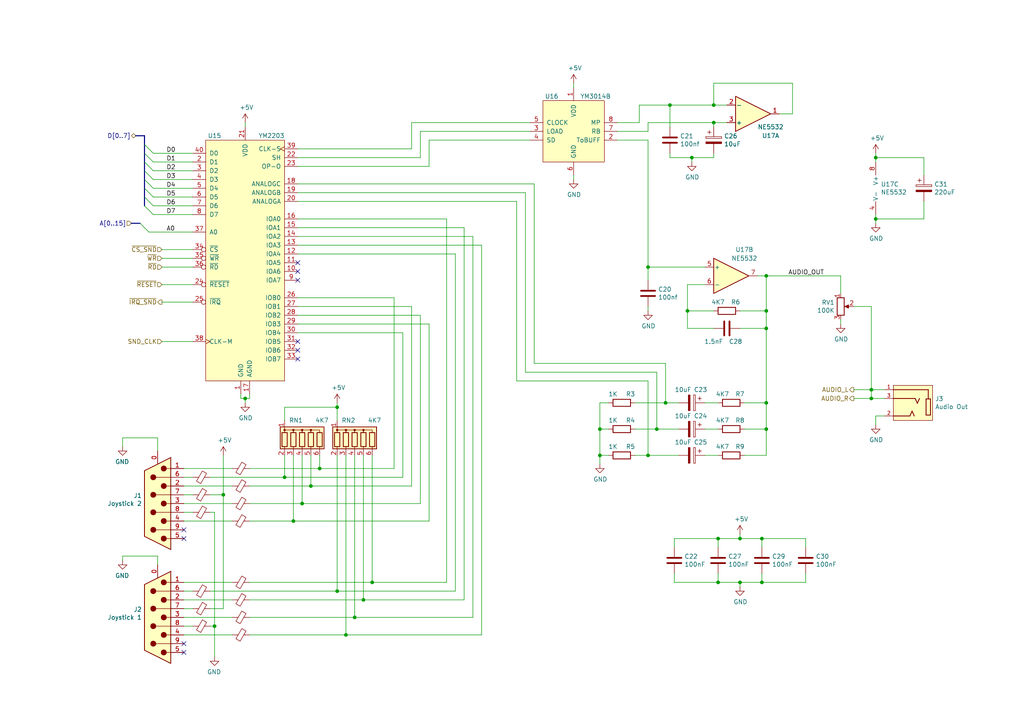
<source format=kicad_sch>
(kicad_sch (version 20211123) (generator eeschema)
  (paper "A4")
  (title_block (title "Y Ddraig Fechan") (company "Stephen Moody"))
  (lib_symbols
    (symbol "Amplifier_Operational:NE5532" (pin_names (offset 0.127))
      (property "Reference" "U" (at 0 5.08 0))
      (property "Value" "NE5532" (at 0 -5.08 0))
      (symbol "NE5532_1_1"
        (polyline (pts (xy -5.08 5.08) (xy 5.08 0) (xy -5.08 -5.08) (xy -5.08 5.08)) (stroke (width 0.254)) (fill (type background)))
        (pin output line (at 7.62 0 180) (length 2.54) (name "~") (number "1"))
        (pin input line (at -7.62 -2.54 0) (length 2.54) (name "-") (number "2"))
        (pin input line (at -7.62 2.54 0) (length 2.54) (name "+") (number "3"))
      )
      (symbol "NE5532_2_1"
        (polyline (pts (xy -5.08 5.08) (xy 5.08 0) (xy -5.08 -5.08) (xy -5.08 5.08)) (stroke (width 0.254)) (fill (type background)))
        (pin input line (at -7.62 2.54 0) (length 2.54) (name "+") (number "5"))
        (pin input line (at -7.62 -2.54 0) (length 2.54) (name "-") (number "6"))
        (pin output line (at 7.62 0 180) (length 2.54) (name "~") (number "7"))
      )
      (symbol "NE5532_3_1"
        (pin power_in line (at -2.54 -7.62 90) (length 3.81) (name "V-") (number "4"))
        (pin power_in line (at -2.54 7.62 270) (length 3.81) (name "V+") (number "8"))
      )
    )
    (symbol "Connector:DB9_Male_MountingHoles" (pin_names (offset 1.016) hide)
      (property "Reference" "J" (at 0 16.51 0))
      (property "Value" "DB9_Male_MountingHoles" (at 0 14.605 0))
      (symbol "DB9_Male_MountingHoles_0_1"
        (circle (center -1.778 -10.16) (radius 0.762) (fill (type outline)))
        (circle (center -1.778 -5.08) (radius 0.762) (fill (type outline)))
        (circle (center -1.778 0) (radius 0.762) (fill (type outline)))
        (circle (center -1.778 5.08) (radius 0.762) (fill (type outline)))
        (circle (center -1.778 10.16) (radius 0.762) (fill (type outline)))
        (polyline (pts (xy -3.81 -10.16) (xy -2.54 -10.16)))
        (polyline (pts (xy -3.81 -7.62) (xy 0.508 -7.62)))
        (polyline (pts (xy -3.81 -5.08) (xy -2.54 -5.08)))
        (polyline (pts (xy -3.81 -2.54) (xy 0.508 -2.54)))
        (polyline (pts (xy -3.81 0) (xy -2.54 0)))
        (polyline (pts (xy -3.81 2.54) (xy 0.508 2.54)))
        (polyline (pts (xy -3.81 5.08) (xy -2.54 5.08)))
        (polyline (pts (xy -3.81 7.62) (xy 0.508 7.62)))
        (polyline (pts (xy -3.81 10.16) (xy -2.54 10.16)))
        (polyline (pts (xy -3.81 -13.335) (xy -3.81 13.335) (xy 3.81 9.525) (xy 3.81 -9.525) (xy -3.81 -13.335)) (stroke (width 0.254)) (fill (type background)))
        (circle (center 1.27 -7.62) (radius 0.762) (fill (type outline)))
        (circle (center 1.27 -2.54) (radius 0.762) (fill (type outline)))
        (circle (center 1.27 2.54) (radius 0.762) (fill (type outline)))
        (circle (center 1.27 7.62) (radius 0.762) (fill (type outline)))
      )
      (symbol "DB9_Male_MountingHoles_1_1"
        (pin passive line (at 0 -15.24 90) (length 3.81) (name "PAD") (number "0"))
        (pin passive line (at -7.62 -10.16 0) (length 3.81) (name "1") (number "1"))
        (pin passive line (at -7.62 -5.08 0) (length 3.81) (name "2") (number "2"))
        (pin passive line (at -7.62 0 0) (length 3.81) (name "3") (number "3"))
        (pin passive line (at -7.62 5.08 0) (length 3.81) (name "4") (number "4"))
        (pin passive line (at -7.62 10.16 0) (length 3.81) (name "5") (number "5"))
        (pin passive line (at -7.62 -7.62 0) (length 3.81) (name "6") (number "6"))
        (pin passive line (at -7.62 -2.54 0) (length 3.81) (name "7") (number "7"))
        (pin passive line (at -7.62 2.54 0) (length 3.81) (name "8") (number "8"))
        (pin passive line (at -7.62 7.62 0) (length 3.81) (name "9") (number "9"))
      )
    )
    (symbol "Ddraig:35RAPC2BHN2" (pin_names (offset 1.016) hide)
      (property "Reference" "J" (at -5.08 7.62 0))
      (property "Value" "35RAPC2BHN2" (at -7.62 -6.35 0))
      (symbol "35RAPC2BHN2_0_0"
        (polyline (pts (xy -5.715 -2.286) (xy -5.715 2.413)) (stroke (width 0.254)))
        (polyline (pts (xy -5.715 2.413) (xy -5.08 2.413)) (stroke (width 0.254)))
        (polyline (pts (xy -5.08 2.413) (xy -4.445 2.413)) (stroke (width 0.254)))
        (polyline (pts (xy -5.08 5.08) (xy -5.08 2.413)) (stroke (width 0.254)))
        (polyline (pts (xy -4.445 -2.286) (xy -5.715 -2.286)) (stroke (width 0.254)))
        (polyline (pts (xy -4.445 2.413) (xy -4.445 -2.286)) (stroke (width 0.254)))
        (polyline (pts (xy -1.905 1.143) (xy -2.54 2.54)) (stroke (width 0.254)))
        (polyline (pts (xy -1.27 2.54) (xy -1.905 1.143)) (stroke (width 0.254)))
        (polyline (pts (xy -0.381 -1.143) (xy -1.016 -2.54)) (stroke (width 0.254)))
        (polyline (pts (xy 0.254 -2.54) (xy -0.381 -1.143)) (stroke (width 0.254)))
        (polyline (pts (xy 5.08 -2.54) (xy 0.254 -2.54)) (stroke (width 0.254)))
        (polyline (pts (xy 5.08 2.54) (xy -1.27 2.54)) (stroke (width 0.254)))
        (polyline (pts (xy 5.08 5.08) (xy -5.08 5.08)) (stroke (width 0.254)))
        (pin passive line (at 7.62 5.08 180) (length 2.54) (name "~") (number "1"))
        (pin passive line (at 7.62 -2.54 180) (length 2.54) (name "~") (number "2"))
        (pin passive line (at 7.62 2.54 180) (length 2.54) (name "~") (number "3"))
      )
      (symbol "35RAPC2BHN2_1_1"
        (rectangle (start -6.35 6.35) (end 5.08 -3.81) (fill (type background)))
      )
    )
    (symbol "Ddraig:YM2203" (pin_names (offset 1.016))
      (property "Reference" "U" (at -10.16 31.75 0))
      (property "Value" "YM2203" (at 7.62 31.75 0))
      (symbol "YM2203_0_1"
        (rectangle (start 11.43 30.48) (end -11.43 -39.37) (fill (type background)))
      )
      (symbol "YM2203_1_1"
        (pin power_in line (at -1.27 -43.18 90) (length 3.81) (name "GND") (number "1"))
        (pin bidirectional line (at 15.24 -7.62 180) (length 3.81) (name "IOA6") (number "10"))
        (pin bidirectional line (at 15.24 -5.08 180) (length 3.81) (name "IOA5") (number "11"))
        (pin bidirectional line (at 15.24 -2.54 180) (length 3.81) (name "IOA4") (number "12"))
        (pin bidirectional line (at 15.24 0 180) (length 3.81) (name "IOA3") (number "13"))
        (pin bidirectional line (at 15.24 2.54 180) (length 3.81) (name "IOA2") (number "14"))
        (pin bidirectional line (at 15.24 5.08 180) (length 3.81) (name "IOA1") (number "15"))
        (pin bidirectional line (at 15.24 7.62 180) (length 3.81) (name "IOA0") (number "16"))
        (pin power_in line (at 1.27 -43.18 90) (length 3.81) (name "AGND") (number "17"))
        (pin output line (at 15.24 17.78 180) (length 3.81) (name "ANALOGC") (number "18"))
        (pin output line (at 15.24 15.24 180) (length 3.81) (name "ANALOGB") (number "19"))
        (pin bidirectional line (at -15.24 24.13 0) (length 3.81) (name "D1") (number "2"))
        (pin output line (at 15.24 12.7 180) (length 3.81) (name "ANALOGA") (number "20"))
        (pin power_in line (at 0 34.29 270) (length 3.81) (name "VDD") (number "21"))
        (pin output line (at 15.24 25.4 180) (length 3.81) (name "SH") (number "22"))
        (pin output line (at 15.24 22.86 180) (length 3.81) (name "OP-O") (number "23"))
        (pin input inverted (at -15.24 -11.43 0) (length 3.81) (name "~{RESET}") (number "24"))
        (pin output inverted (at -15.24 -16.51 0) (length 3.81) (name "~{IRQ}") (number "25"))
        (pin bidirectional line (at 15.24 -15.24 180) (length 3.81) (name "IOB0") (number "26"))
        (pin bidirectional line (at 15.24 -17.78 180) (length 3.81) (name "IOB1") (number "27"))
        (pin bidirectional line (at 15.24 -20.32 180) (length 3.81) (name "IOB2") (number "28"))
        (pin bidirectional line (at 15.24 -22.86 180) (length 3.81) (name "IOB3") (number "29"))
        (pin bidirectional line (at -15.24 21.59 0) (length 3.81) (name "D2") (number "3"))
        (pin bidirectional line (at 15.24 -25.4 180) (length 3.81) (name "IOB4") (number "30"))
        (pin bidirectional line (at 15.24 -27.94 180) (length 3.81) (name "IOB5") (number "31"))
        (pin bidirectional line (at 15.24 -30.48 180) (length 3.81) (name "IOB6") (number "32"))
        (pin bidirectional line (at 15.24 -33.02 180) (length 3.81) (name "IOB7") (number "33"))
        (pin input inverted (at -15.24 -1.27 0) (length 3.81) (name "~{CS}") (number "34"))
        (pin input inverted (at -15.24 -3.81 0) (length 3.81) (name "~{WR}") (number "35"))
        (pin input inverted (at -15.24 -6.35 0) (length 3.81) (name "~{RD}") (number "36"))
        (pin input line (at -15.24 3.81 0) (length 3.81) (name "A0") (number "37"))
        (pin input clock (at -15.24 -27.94 0) (length 3.81) (name "CLK-M") (number "38"))
        (pin output clock (at 15.24 27.94 180) (length 3.81) (name "CLK-S") (number "39"))
        (pin bidirectional line (at -15.24 19.05 0) (length 3.81) (name "D3") (number "4"))
        (pin bidirectional line (at -15.24 26.67 0) (length 3.81) (name "D0") (number "40"))
        (pin bidirectional line (at -15.24 16.51 0) (length 3.81) (name "D4") (number "5"))
        (pin bidirectional line (at -15.24 13.97 0) (length 3.81) (name "D5") (number "6"))
        (pin bidirectional line (at -15.24 11.43 0) (length 3.81) (name "D6") (number "7"))
        (pin bidirectional line (at -15.24 8.89 0) (length 3.81) (name "D7") (number "8"))
        (pin bidirectional line (at 15.24 -10.16 180) (length 3.81) (name "IOA7") (number "9"))
      )
    )
    (symbol "Ddraig:YM3014B" (pin_names (offset 1.016))
      (property "Reference" "U" (at -8.89 10.16 0))
      (property "Value" "YM3014B" (at 6.35 10.16 0))
      (symbol "YM3014B_0_1"
        (rectangle (start -8.89 8.89) (end 8.89 -8.89) (fill (type background)))
      )
      (symbol "YM3014B_1_1"
        (pin power_in line (at 0 12.7 270) (length 3.81) (name "VDD") (number "1"))
        (pin output line (at 12.7 -2.54 180) (length 3.81) (name "ToBUFF") (number "2"))
        (pin input line (at -12.7 0 0) (length 3.81) (name "LOAD") (number "3"))
        (pin input line (at -12.7 -2.54 0) (length 3.81) (name "SD") (number "4"))
        (pin input line (at -12.7 2.54 0) (length 3.81) (name "CLOCK") (number "5"))
        (pin power_in line (at 0 -12.7 90) (length 3.81) (name "GND") (number "6"))
        (pin output line (at 12.7 0 180) (length 3.81) (name "RB") (number "7"))
        (pin passive line (at 12.7 2.54 180) (length 3.81) (name "MP") (number "8"))
      )
    )
    (symbol "Device:C" (pin_numbers hide) (pin_names (offset 0.254))
      (property "Reference" "C" (at 0.635 2.54 0))
      (property "Value" "C" (at 0.635 -2.54 0))
      (symbol "C_0_1"
        (polyline (pts (xy -2.032 -0.762) (xy 2.032 -0.762)) (stroke (width 0.508)))
        (polyline (pts (xy -2.032 0.762) (xy 2.032 0.762)) (stroke (width 0.508)))
      )
      (symbol "C_1_1"
        (pin passive line (at 0 3.81 270) (length 2.794) (name "~") (number "1"))
        (pin passive line (at 0 -3.81 90) (length 2.794) (name "~") (number "2"))
      )
    )
    (symbol "Device:C_Polarized" (pin_numbers hide) (pin_names (offset 0.254))
      (property "Reference" "C" (at 0.635 2.54 0))
      (property "Value" "C_Polarized" (at 0.635 -2.54 0))
      (symbol "C_Polarized_0_1"
        (rectangle (start -2.286 0.508) (end 2.286 1.016))
        (polyline (pts (xy -1.778 2.286) (xy -0.762 2.286)))
        (polyline (pts (xy -1.27 2.794) (xy -1.27 1.778)))
        (rectangle (start 2.286 -0.508) (end -2.286 -1.016) (fill (type outline)))
      )
      (symbol "C_Polarized_1_1"
        (pin passive line (at 0 3.81 270) (length 2.794) (name "~") (number "1"))
        (pin passive line (at 0 -3.81 90) (length 2.794) (name "~") (number "2"))
      )
    )
    (symbol "Device:FerriteBead_Small" (pin_numbers hide) (pin_names (offset 0))
      (property "Reference" "FB" (at 1.905 1.27 0))
      (property "Value" "FerriteBead_Small" (at 1.905 -1.27 0))
      (symbol "FerriteBead_Small_0_1"
        (polyline (pts (xy 0 -1.27) (xy 0 -0.7874)))
        (polyline (pts (xy 0 0.889) (xy 0 1.2954)))
        (polyline (pts (xy -1.8288 0.2794) (xy -1.1176 1.4986) (xy 1.8288 -0.2032) (xy 1.1176 -1.4224) (xy -1.8288 0.2794)))
      )
      (symbol "FerriteBead_Small_1_1"
        (pin passive line (at 0 2.54 270) (length 1.27) (name "~") (number "1"))
        (pin passive line (at 0 -2.54 90) (length 1.27) (name "~") (number "2"))
      )
    )
    (symbol "Device:R" (pin_numbers hide) (pin_names (offset 0))
      (property "Reference" "R" (at 2.032 0 90))
      (property "Value" "R" (at 0 0 90))
      (symbol "R_0_1"
        (rectangle (start -1.016 -2.54) (end 1.016 2.54) (stroke (width 0.254)))
      )
      (symbol "R_1_1"
        (pin passive line (at 0 3.81 270) (length 1.27) (name "~") (number "1"))
        (pin passive line (at 0 -3.81 90) (length 1.27) (name "~") (number "2"))
      )
    )
    (symbol "Device:R_Network05" (pin_names (offset 0) hide)
      (property "Reference" "RN" (at -7.62 0 90))
      (property "Value" "R_Network05" (at 7.62 0 90))
      (symbol "R_Network05_0_1"
        (rectangle (start -6.35 -3.175) (end 6.35 3.175) (stroke (width 0.254)) (fill (type background)))
        (rectangle (start -5.842 1.524) (end -4.318 -2.54) (stroke (width 0.254)))
        (circle (center -5.08 2.286) (radius 0.254) (fill (type outline)))
        (rectangle (start -3.302 1.524) (end -1.778 -2.54) (stroke (width 0.254)))
        (circle (center -2.54 2.286) (radius 0.254) (fill (type outline)))
        (rectangle (start -0.762 1.524) (end 0.762 -2.54) (stroke (width 0.254)))
        (polyline (pts (xy -5.08 -2.54) (xy -5.08 -3.81)))
        (polyline (pts (xy -2.54 -2.54) (xy -2.54 -3.81)))
        (polyline (pts (xy 0 -2.54) (xy 0 -3.81)))
        (polyline (pts (xy 2.54 -2.54) (xy 2.54 -3.81)))
        (polyline (pts (xy 5.08 -2.54) (xy 5.08 -3.81)))
        (polyline (pts (xy -5.08 1.524) (xy -5.08 2.286) (xy -2.54 2.286) (xy -2.54 1.524)))
        (polyline (pts (xy -2.54 1.524) (xy -2.54 2.286) (xy 0 2.286) (xy 0 1.524)))
        (polyline (pts (xy 0 1.524) (xy 0 2.286) (xy 2.54 2.286) (xy 2.54 1.524)))
        (polyline (pts (xy 2.54 1.524) (xy 2.54 2.286) (xy 5.08 2.286) (xy 5.08 1.524)))
        (circle (center 0 2.286) (radius 0.254) (fill (type outline)))
        (rectangle (start 1.778 1.524) (end 3.302 -2.54) (stroke (width 0.254)))
        (circle (center 2.54 2.286) (radius 0.254) (fill (type outline)))
        (rectangle (start 4.318 1.524) (end 5.842 -2.54) (stroke (width 0.254)))
      )
      (symbol "R_Network05_1_1"
        (pin passive line (at -5.08 5.08 270) (length 2.54) (name "common") (number "1"))
        (pin passive line (at -5.08 -5.08 90) (length 1.27) (name "R1") (number "2"))
        (pin passive line (at -2.54 -5.08 90) (length 1.27) (name "R2") (number "3"))
        (pin passive line (at 0 -5.08 90) (length 1.27) (name "R3") (number "4"))
        (pin passive line (at 2.54 -5.08 90) (length 1.27) (name "R4") (number "5"))
        (pin passive line (at 5.08 -5.08 90) (length 1.27) (name "R5") (number "6"))
      )
    )
    (symbol "Device:R_Potentiometer" (pin_names (offset 1.016) hide)
      (property "Reference" "RV" (at -4.445 0 90))
      (property "Value" "R_Potentiometer" (at -2.54 0 90))
      (symbol "R_Potentiometer_0_1"
        (polyline (pts (xy 2.54 0) (xy 1.524 0)))
        (polyline (pts (xy 1.143 0) (xy 2.286 0.508) (xy 2.286 -0.508) (xy 1.143 0)) (fill (type outline)))
        (rectangle (start 1.016 2.54) (end -1.016 -2.54) (stroke (width 0.254)))
      )
      (symbol "R_Potentiometer_1_1"
        (pin passive line (at 0 3.81 270) (length 1.27) (name "1") (number "1"))
        (pin passive line (at 3.81 0 180) (length 1.27) (name "2") (number "2"))
        (pin passive line (at 0 -3.81 90) (length 1.27) (name "3") (number "3"))
      )
    )
    (symbol "power:+5V" (power) (pin_names (offset 0))
      (property "Value" "+5V" (at 0 3.556 0))
      (symbol "+5V_0_1"
        (polyline (pts (xy -0.762 1.27) (xy 0 2.54)))
        (polyline (pts (xy 0 0) (xy 0 2.54)))
        (polyline (pts (xy 0 2.54) (xy 0.762 1.27)))
      )
      (symbol "+5V_1_1"
        (pin power_in line (at 0 0 90) (length 0) hide (name "+5V") (number "1"))
      )
    )
    (symbol "power:GND" (power) (pin_names (offset 0))
      (property "Value" "GND" (at 0 -3.81 0))
      (symbol "GND_0_1"
        (polyline (pts (xy 0 0) (xy 0 -1.27) (xy 1.27 -1.27) (xy 0 -2.54) (xy -1.27 -1.27) (xy 0 -1.27)))
      )
      (symbol "GND_1_1"
        (pin power_in line (at 0 0 270) (length 0) hide (name "GND") (number "1"))
      )
    )
  )
  (junction (at 92.71 135.89))
  (junction (at 222.25 95.25))
  (junction (at 105.41 173.99))
  (junction (at 208.28 156.21))
  (junction (at 64.77 143.51))
  (junction (at 82.55 138.43))
  (junction (at 194.31 30.48))
  (junction (at 71.12 115.57))
  (junction (at 222.25 124.46))
  (junction (at 173.99 132.08))
  (junction (at 254 63.5))
  (junction (at 222.25 90.17))
  (junction (at 193.04 116.84))
  (junction (at 187.96 77.47))
  (junction (at 252.73 113.03))
  (junction (at 100.33 184.15))
  (junction (at 220.98 156.21))
  (junction (at 173.99 124.46))
  (junction (at 214.63 168.91))
  (junction (at 199.39 90.17))
  (junction (at 214.63 156.21))
  (junction (at 254 45.72))
  (junction (at 207.01 30.48))
  (junction (at 222.25 116.84))
  (junction (at 222.25 80.01))
  (junction (at 208.28 168.91))
  (junction (at 220.98 168.91))
  (junction (at 62.23 181.61))
  (junction (at 90.17 140.97))
  (junction (at 97.79 118.11))
  (junction (at 97.79 171.45))
  (junction (at 252.73 115.57))
  (junction (at 190.5 124.46))
  (junction (at 207.01 35.56))
  (junction (at 85.09 151.13))
  (junction (at 102.87 179.07))
  (junction (at 200.66 45.72))
  (junction (at 87.63 146.05))
  (junction (at 187.96 132.08))
  (junction (at 107.95 168.91))
  (no_connect (at 86.36 101.6))
  (no_connect (at 53.34 189.23))
  (no_connect (at 86.36 104.14))
  (no_connect (at 86.36 99.06))
  (no_connect (at 53.34 156.21))
  (no_connect (at 53.34 186.69))
  (no_connect (at 86.36 76.2))
  (no_connect (at 86.36 81.28))
  (no_connect (at 53.34 153.67))
  (no_connect (at 86.36 78.74))
  (bus_entry (at 41.91 41.91) (size 2.54 2.54))
  (bus_entry (at 41.91 59.69) (size 2.54 2.54))
  (bus_entry (at 41.91 49.53) (size 2.54 2.54))
  (bus_entry (at 40.64 64.77) (size 2.54 2.54))
  (bus_entry (at 41.91 54.61) (size 2.54 2.54))
  (bus_entry (at 41.91 52.07) (size 2.54 2.54))
  (bus_entry (at 41.91 44.45) (size 2.54 2.54))
  (bus_entry (at 41.91 46.99) (size 2.54 2.54))
  (bus_entry (at 41.91 57.15) (size 2.54 2.54))
  (wire (pts (xy 43.18 67.31) (xy 55.88 67.31)))
  (wire (pts (xy 199.39 90.17) (xy 199.39 82.55)))
  (bus (pts (xy 41.91 39.37) (xy 39.37 39.37)))
  (wire (pts (xy 67.31 135.89) (xy 53.34 135.89)))
  (wire (pts (xy 199.39 82.55) (xy 204.47 82.55)))
  (wire (pts (xy 129.54 63.5) (xy 86.36 63.5)))
  (wire (pts (xy 207.01 90.17) (xy 199.39 90.17)))
  (wire (pts (xy 243.84 85.09) (xy 243.84 80.01)))
  (wire (pts (xy 97.79 132.08) (xy 97.79 171.45)))
  (wire (pts (xy 166.37 52.07) (xy 166.37 50.8)))
  (wire (pts (xy 195.58 168.91) (xy 208.28 168.91)))
  (wire (pts (xy 149.86 58.42) (xy 149.86 110.49)))
  (wire (pts (xy 243.84 93.98) (xy 243.84 92.71)))
  (wire (pts (xy 252.73 88.9) (xy 252.73 113.03)))
  (wire (pts (xy 116.84 96.52) (xy 86.36 96.52)))
  (wire (pts (xy 254 64.77) (xy 254 63.5)))
  (bus (pts (xy 41.91 52.07) (xy 41.91 54.61)))
  (wire (pts (xy 114.3 135.89) (xy 114.3 86.36)))
  (wire (pts (xy 116.84 138.43) (xy 116.84 96.52)))
  (wire (pts (xy 214.63 156.21) (xy 220.98 156.21)))
  (wire (pts (xy 195.58 156.21) (xy 208.28 156.21)))
  (wire (pts (xy 53.34 143.51) (xy 55.88 143.51)))
  (wire (pts (xy 252.73 113.03) (xy 256.54 113.03)))
  (wire (pts (xy 87.63 132.08) (xy 87.63 146.05)))
  (wire (pts (xy 152.4 107.95) (xy 190.5 107.95)))
  (wire (pts (xy 90.17 140.97) (xy 119.38 140.97)))
  (wire (pts (xy 105.41 132.08) (xy 105.41 173.99)))
  (wire (pts (xy 55.88 99.06) (xy 46.99 99.06)))
  (wire (pts (xy 45.72 161.29) (xy 45.72 163.83)))
  (wire (pts (xy 267.97 45.72) (xy 254 45.72)))
  (wire (pts (xy 55.88 59.69) (xy 44.45 59.69)))
  (wire (pts (xy 184.15 124.46) (xy 190.5 124.46)))
  (wire (pts (xy 132.08 171.45) (xy 132.08 73.66)))
  (wire (pts (xy 187.96 132.08) (xy 184.15 132.08)))
  (wire (pts (xy 55.88 82.55) (xy 46.99 82.55)))
  (wire (pts (xy 229.87 24.13) (xy 207.01 24.13)))
  (wire (pts (xy 179.07 40.64) (xy 187.96 40.64)))
  (wire (pts (xy 86.36 55.88) (xy 152.4 55.88)))
  (wire (pts (xy 187.96 38.1) (xy 187.96 35.56)))
  (wire (pts (xy 72.39 173.99) (xy 105.41 173.99)))
  (wire (pts (xy 195.58 166.37) (xy 195.58 168.91)))
  (wire (pts (xy 102.87 132.08) (xy 102.87 179.07)))
  (wire (pts (xy 194.31 36.83) (xy 194.31 30.48)))
  (wire (pts (xy 220.98 168.91) (xy 233.68 168.91)))
  (wire (pts (xy 60.96 181.61) (xy 62.23 181.61)))
  (wire (pts (xy 187.96 90.17) (xy 187.96 88.9)))
  (wire (pts (xy 226.06 33.02) (xy 229.87 33.02)))
  (wire (pts (xy 124.46 93.98) (xy 86.36 93.98)))
  (wire (pts (xy 222.25 80.01) (xy 222.25 90.17)))
  (wire (pts (xy 119.38 35.56) (xy 119.38 43.18)))
  (wire (pts (xy 53.34 138.43) (xy 55.88 138.43)))
  (wire (pts (xy 53.34 151.13) (xy 67.31 151.13)))
  (wire (pts (xy 208.28 156.21) (xy 214.63 156.21)))
  (wire (pts (xy 60.96 171.45) (xy 97.79 171.45)))
  (wire (pts (xy 193.04 116.84) (xy 196.85 116.84)))
  (wire (pts (xy 247.65 88.9) (xy 252.73 88.9)))
  (wire (pts (xy 53.34 176.53) (xy 55.88 176.53)))
  (wire (pts (xy 267.97 58.42) (xy 267.97 63.5)))
  (wire (pts (xy 107.95 168.91) (xy 129.54 168.91)))
  (wire (pts (xy 69.85 114.3) (xy 69.85 115.57)))
  (bus (pts (xy 41.91 46.99) (xy 41.91 49.53)))
  (wire (pts (xy 208.28 132.08) (xy 204.47 132.08)))
  (wire (pts (xy 207.01 95.25) (xy 199.39 95.25)))
  (wire (pts (xy 35.56 127) (xy 35.56 129.54)))
  (wire (pts (xy 215.9 124.46) (xy 222.25 124.46)))
  (wire (pts (xy 200.66 46.99) (xy 200.66 45.72)))
  (wire (pts (xy 62.23 148.59) (xy 62.23 181.61)))
  (wire (pts (xy 97.79 118.11) (xy 97.79 116.84)))
  (wire (pts (xy 72.39 115.57) (xy 72.39 114.3)))
  (wire (pts (xy 254 45.72) (xy 254 44.45)))
  (wire (pts (xy 119.38 35.56) (xy 153.67 35.56)))
  (wire (pts (xy 62.23 181.61) (xy 62.23 190.5)))
  (wire (pts (xy 184.15 116.84) (xy 193.04 116.84)))
  (wire (pts (xy 187.96 40.64) (xy 187.96 77.47)))
  (wire (pts (xy 173.99 116.84) (xy 176.53 116.84)))
  (wire (pts (xy 121.92 146.05) (xy 121.92 91.44)))
  (wire (pts (xy 207.01 30.48) (xy 210.82 30.48)))
  (wire (pts (xy 72.39 168.91) (xy 107.95 168.91)))
  (wire (pts (xy 124.46 40.64) (xy 124.46 48.26)))
  (wire (pts (xy 187.96 81.28) (xy 187.96 77.47)))
  (wire (pts (xy 254 46.99) (xy 254 45.72)))
  (wire (pts (xy 254 120.65) (xy 254 123.19)))
  (wire (pts (xy 60.96 138.43) (xy 82.55 138.43)))
  (wire (pts (xy 196.85 132.08) (xy 187.96 132.08)))
  (wire (pts (xy 87.63 146.05) (xy 121.92 146.05)))
  (wire (pts (xy 233.68 168.91) (xy 233.68 166.37)))
  (wire (pts (xy 86.36 48.26) (xy 124.46 48.26)))
  (wire (pts (xy 173.99 124.46) (xy 176.53 124.46)))
  (wire (pts (xy 208.28 158.75) (xy 208.28 156.21)))
  (wire (pts (xy 124.46 40.64) (xy 153.67 40.64)))
  (wire (pts (xy 45.72 161.29) (xy 35.56 161.29)))
  (wire (pts (xy 220.98 156.21) (xy 233.68 156.21)))
  (wire (pts (xy 72.39 151.13) (xy 85.09 151.13)))
  (wire (pts (xy 53.34 184.15) (xy 67.31 184.15)))
  (wire (pts (xy 45.72 130.81) (xy 45.72 127)))
  (wire (pts (xy 72.39 184.15) (xy 100.33 184.15)))
  (wire (pts (xy 166.37 25.4) (xy 166.37 24.13)))
  (wire (pts (xy 173.99 124.46) (xy 173.99 116.84)))
  (wire (pts (xy 85.09 132.08) (xy 85.09 151.13)))
  (wire (pts (xy 185.42 30.48) (xy 194.31 30.48)))
  (wire (pts (xy 229.87 33.02) (xy 229.87 24.13)))
  (wire (pts (xy 254 63.5) (xy 254 62.23)))
  (wire (pts (xy 92.71 135.89) (xy 114.3 135.89)))
  (wire (pts (xy 86.36 43.18) (xy 119.38 43.18)))
  (wire (pts (xy 44.45 62.23) (xy 55.88 62.23)))
  (wire (pts (xy 233.68 156.21) (xy 233.68 158.75)))
  (wire (pts (xy 121.92 38.1) (xy 153.67 38.1)))
  (wire (pts (xy 134.62 66.04) (xy 86.36 66.04)))
  (wire (pts (xy 207.01 36.83) (xy 207.01 35.56)))
  (bus (pts (xy 41.91 39.37) (xy 41.91 41.91)))
  (wire (pts (xy 132.08 73.66) (xy 86.36 73.66)))
  (wire (pts (xy 82.55 118.11) (xy 97.79 118.11)))
  (wire (pts (xy 55.88 181.61) (xy 53.34 181.61)))
  (wire (pts (xy 208.28 124.46) (xy 204.47 124.46)))
  (wire (pts (xy 214.63 95.25) (xy 222.25 95.25)))
  (wire (pts (xy 267.97 63.5) (xy 254 63.5)))
  (wire (pts (xy 46.99 72.39) (xy 55.88 72.39)))
  (wire (pts (xy 55.88 74.93) (xy 46.99 74.93)))
  (wire (pts (xy 102.87 179.07) (xy 137.16 179.07)))
  (wire (pts (xy 69.85 115.57) (xy 71.12 115.57)))
  (wire (pts (xy 64.77 143.51) (xy 64.77 132.08)))
  (wire (pts (xy 90.17 132.08) (xy 90.17 140.97)))
  (bus (pts (xy 38.1 64.77) (xy 40.64 64.77)))
  (wire (pts (xy 137.16 68.58) (xy 86.36 68.58)))
  (wire (pts (xy 173.99 134.62) (xy 173.99 132.08)))
  (wire (pts (xy 256.54 115.57) (xy 252.73 115.57)))
  (wire (pts (xy 208.28 116.84) (xy 204.47 116.84)))
  (wire (pts (xy 220.98 166.37) (xy 220.98 168.91)))
  (wire (pts (xy 214.63 168.91) (xy 220.98 168.91)))
  (wire (pts (xy 222.25 132.08) (xy 222.25 124.46)))
  (wire (pts (xy 190.5 107.95) (xy 190.5 124.46)))
  (wire (pts (xy 67.31 173.99) (xy 53.34 173.99)))
  (wire (pts (xy 214.63 154.94) (xy 214.63 156.21)))
  (wire (pts (xy 67.31 140.97) (xy 53.34 140.97)))
  (wire (pts (xy 107.95 132.08) (xy 107.95 168.91)))
  (wire (pts (xy 60.96 176.53) (xy 64.77 176.53)))
  (wire (pts (xy 220.98 158.75) (xy 220.98 156.21)))
  (wire (pts (xy 193.04 105.41) (xy 193.04 116.84)))
  (wire (pts (xy 134.62 173.99) (xy 134.62 66.04)))
  (wire (pts (xy 247.65 113.03) (xy 252.73 113.03)))
  (wire (pts (xy 82.55 121.92) (xy 82.55 118.11)))
  (wire (pts (xy 46.99 77.47) (xy 55.88 77.47)))
  (wire (pts (xy 194.31 30.48) (xy 207.01 30.48)))
  (wire (pts (xy 187.96 35.56) (xy 207.01 35.56)))
  (wire (pts (xy 46.99 87.63) (xy 55.88 87.63)))
  (wire (pts (xy 55.88 44.45) (xy 44.45 44.45)))
  (wire (pts (xy 86.36 53.34) (xy 154.94 53.34)))
  (wire (pts (xy 199.39 95.25) (xy 199.39 90.17)))
  (wire (pts (xy 44.45 46.99) (xy 55.88 46.99)))
  (wire (pts (xy 72.39 179.07) (xy 102.87 179.07)))
  (wire (pts (xy 72.39 135.89) (xy 92.71 135.89)))
  (wire (pts (xy 222.25 90.17) (xy 214.63 90.17)))
  (wire (pts (xy 114.3 86.36) (xy 86.36 86.36)))
  (wire (pts (xy 86.36 45.72) (xy 121.92 45.72)))
  (wire (pts (xy 256.54 120.65) (xy 254 120.65)))
  (wire (pts (xy 85.09 151.13) (xy 124.46 151.13)))
  (wire (pts (xy 207.01 24.13) (xy 207.01 30.48)))
  (wire (pts (xy 267.97 50.8) (xy 267.97 45.72)))
  (wire (pts (xy 82.55 132.08) (xy 82.55 138.43)))
  (wire (pts (xy 222.25 116.84) (xy 222.25 95.25)))
  (wire (pts (xy 187.96 77.47) (xy 204.47 77.47)))
  (wire (pts (xy 44.45 52.07) (xy 55.88 52.07)))
  (bus (pts (xy 41.91 49.53) (xy 41.91 52.07)))
  (wire (pts (xy 187.96 110.49) (xy 187.96 132.08)))
  (wire (pts (xy 222.25 80.01) (xy 243.84 80.01)))
  (wire (pts (xy 35.56 161.29) (xy 35.56 162.56)))
  (wire (pts (xy 207.01 35.56) (xy 210.82 35.56)))
  (wire (pts (xy 121.92 38.1) (xy 121.92 45.72)))
  (wire (pts (xy 67.31 168.91) (xy 53.34 168.91)))
  (wire (pts (xy 72.39 140.97) (xy 90.17 140.97)))
  (wire (pts (xy 137.16 179.07) (xy 137.16 68.58)))
  (wire (pts (xy 139.7 184.15) (xy 139.7 71.12)))
  (wire (pts (xy 179.07 35.56) (xy 185.42 35.56)))
  (wire (pts (xy 154.94 53.34) (xy 154.94 105.41)))
  (wire (pts (xy 222.25 124.46) (xy 222.25 116.84)))
  (wire (pts (xy 121.92 91.44) (xy 86.36 91.44)))
  (wire (pts (xy 173.99 132.08) (xy 173.99 124.46)))
  (wire (pts (xy 124.46 151.13) (xy 124.46 93.98)))
  (wire (pts (xy 71.12 116.84) (xy 71.12 115.57)))
  (wire (pts (xy 219.71 80.01) (xy 222.25 80.01)))
  (wire (pts (xy 55.88 49.53) (xy 44.45 49.53)))
  (wire (pts (xy 72.39 146.05) (xy 87.63 146.05)))
  (wire (pts (xy 45.72 127) (xy 35.56 127)))
  (wire (pts (xy 71.12 36.83) (xy 71.12 35.56)))
  (bus (pts (xy 41.91 44.45) (xy 41.91 46.99)))
  (wire (pts (xy 53.34 179.07) (xy 67.31 179.07)))
  (wire (pts (xy 64.77 143.51) (xy 64.77 176.53)))
  (wire (pts (xy 53.34 171.45) (xy 55.88 171.45)))
  (wire (pts (xy 119.38 140.97) (xy 119.38 88.9)))
  (wire (pts (xy 119.38 88.9) (xy 86.36 88.9)))
  (wire (pts (xy 252.73 113.03) (xy 252.73 115.57)))
  (bus (pts (xy 41.91 54.61) (xy 41.91 57.15)))
  (wire (pts (xy 60.96 143.51) (xy 64.77 143.51)))
  (wire (pts (xy 194.31 45.72) (xy 200.66 45.72)))
  (wire (pts (xy 139.7 71.12) (xy 86.36 71.12)))
  (wire (pts (xy 185.42 35.56) (xy 185.42 30.48)))
  (wire (pts (xy 82.55 138.43) (xy 116.84 138.43)))
  (wire (pts (xy 195.58 158.75) (xy 195.58 156.21)))
  (bus (pts (xy 41.91 57.15) (xy 41.91 59.69)))
  (wire (pts (xy 154.94 105.41) (xy 193.04 105.41)))
  (wire (pts (xy 215.9 132.08) (xy 222.25 132.08)))
  (wire (pts (xy 208.28 168.91) (xy 214.63 168.91)))
  (wire (pts (xy 200.66 45.72) (xy 207.01 45.72)))
  (wire (pts (xy 194.31 44.45) (xy 194.31 45.72)))
  (wire (pts (xy 100.33 132.08) (xy 100.33 184.15)))
  (wire (pts (xy 149.86 110.49) (xy 187.96 110.49)))
  (wire (pts (xy 53.34 146.05) (xy 67.31 146.05)))
  (wire (pts (xy 60.96 148.59) (xy 62.23 148.59)))
  (wire (pts (xy 208.28 166.37) (xy 208.28 168.91)))
  (wire (pts (xy 190.5 124.46) (xy 196.85 124.46)))
  (wire (pts (xy 222.25 95.25) (xy 222.25 90.17)))
  (wire (pts (xy 44.45 57.15) (xy 55.88 57.15)))
  (bus (pts (xy 41.91 41.91) (xy 41.91 44.45)))
  (wire (pts (xy 176.53 132.08) (xy 173.99 132.08)))
  (wire (pts (xy 97.79 171.45) (xy 132.08 171.45)))
  (wire (pts (xy 214.63 170.18) (xy 214.63 168.91)))
  (wire (pts (xy 71.12 115.57) (xy 72.39 115.57)))
  (wire (pts (xy 105.41 173.99) (xy 134.62 173.99)))
  (wire (pts (xy 55.88 54.61) (xy 44.45 54.61)))
  (wire (pts (xy 97.79 121.92) (xy 97.79 118.11)))
  (wire (pts (xy 86.36 58.42) (xy 149.86 58.42)))
  (wire (pts (xy 55.88 148.59) (xy 53.34 148.59)))
  (wire (pts (xy 152.4 55.88) (xy 152.4 107.95)))
  (wire (pts (xy 179.07 38.1) (xy 187.96 38.1)))
  (wire (pts (xy 207.01 45.72) (xy 207.01 44.45)))
  (wire (pts (xy 215.9 116.84) (xy 222.25 116.84)))
  (wire (pts (xy 92.71 132.08) (xy 92.71 135.89)))
  (wire (pts (xy 252.73 115.57) (xy 247.65 115.57)))
  (wire (pts (xy 100.33 184.15) (xy 139.7 184.15)))
  (wire (pts (xy 129.54 168.91) (xy 129.54 63.5)))
  (label "D1" (at 48.26 46.99 0))
  (label "D0" (at 48.26 44.45 0))
  (label "AUDIO_OUT" (at 228.6 80.01 0))
  (label "D6" (at 48.26 59.69 0))
  (label "D3" (at 48.26 52.07 0))
  (label "D2" (at 48.26 49.53 0))
  (label "D7" (at 48.26 62.23 0))
  (label "D5" (at 48.26 57.15 0))
  (label "D4" (at 48.26 54.61 0))
  (label "A0" (at 48.26 67.31 0))
  (hierarchical_label "~{WR}" (shape input) (at 46.99 74.93 180))
  (hierarchical_label "~{RESET}" (shape input) (at 46.99 82.55 180))
  (hierarchical_label "AUDIO_R" (shape output) (at 247.65 115.57 180))
  (hierarchical_label "SND_CLK" (shape input) (at 46.99 99.06 180))
  (hierarchical_label "D[0..7]" (shape bidirectional) (at 39.37 39.37 180))
  (hierarchical_label "A[0..15]" (shape input) (at 38.1 64.77 180))
  (hierarchical_label "~{RD}" (shape input) (at 46.99 77.47 180))
  (hierarchical_label "~{CS_SND}" (shape input) (at 46.99 72.39 180))
  (hierarchical_label "~{IRQ_SND}" (shape output) (at 46.99 87.63 180))
  (hierarchical_label "AUDIO_L" (shape output) (at 247.65 113.03 180))
  (symbol (lib_id "Ddraig:YM2203") (at 71.12 71.12 0) (unit 1)
    (property "Reference" "U15" (at 62.23 39.37 0))
    (property "Value" "YM2203" (at 78.74 39.37 0))
    (property "Footprint" "Package_DIP:DIP-40_W15.24mm_Socket" (effects hide))
  )
  (symbol (lib_id "Ddraig:YM3014B") (at 166.37 38.1 0) (unit 1)
    (property "Reference" "U16" (at 160.02 27.94 0))
    (property "Value" "YM3014B" (at 172.72 27.94 0))
    (property "Footprint" "Package_DIP:DIP-8_W7.62mm_Socket" (effects hide))
  )
  (symbol (lib_id "power:+5V") (at 71.12 35.56 0) (unit 1)
    (property "Reference" "#PWR059" (effects hide))
    (property "Value" "+5V" (at 71.501 31.1658 0))
  )
  (symbol (lib_id "power:+5V") (at 166.37 24.13 0) (unit 1)
    (property "Reference" "#PWR062" (effects hide))
    (property "Value" "+5V" (at 166.751 19.7358 0))
  )
  (symbol (lib_id "power:GND") (at 166.37 52.07 0) (unit 1)
    (property "Reference" "#PWR063" (effects hide))
    (property "Value" "GND" (at 166.497 56.4642 0))
  )
  (symbol (lib_id "power:GND") (at 71.12 116.84 0) (unit 1)
    (property "Reference" "#PWR060" (effects hide))
    (property "Value" "GND" (at 71.247 121.2342 0))
  )
  (symbol (lib_id "Amplifier_Operational:NE5532") (at 218.44 33.02 0) (mirror x) (unit 1)
    (property "Reference" "U17" (at 223.52 39.37 0))
    (property "Value" "NE5532" (at 223.52 36.83 0))
    (property "Footprint" "Package_DIP:DIP-8_W7.62mm_Socket" (effects hide))
    (property "Datasheet" "http://www.ti.com/lit/ds/symlink/ne5532.pdf" (effects hide))
  )
  (symbol (lib_id "Amplifier_Operational:NE5532") (at 212.09 80.01 0) (unit 2)
    (property "Reference" "U17" (at 215.9 72.39 0))
    (property "Value" "NE5532" (at 215.9 74.93 0))
    (property "Footprint" "Package_DIP:DIP-8_W7.62mm_Socket" (effects hide))
    (property "Datasheet" "http://www.ti.com/lit/ds/symlink/ne5532.pdf" (effects hide))
  )
  (symbol (lib_id "Amplifier_Operational:NE5532") (at 256.54 54.61 0) (unit 3)
    (property "Reference" "U17" (at 255.4732 53.4416 0) (effects (justify left)))
    (property "Value" "NE5532" (at 255.4732 55.753 0) (effects (justify left)))
    (property "Footprint" "Package_DIP:DIP-8_W7.62mm_Socket" (effects hide))
    (property "Datasheet" "http://www.ti.com/lit/ds/symlink/ne5532.pdf" (effects hide))
  )
  (symbol (lib_id "Device:C") (at 194.31 40.64 0) (unit 1)
    (property "Reference" "C21" (at 197.231 39.4716 0) (effects (justify left)))
    (property "Value" "100nf" (at 197.231 41.783 0) (effects (justify left)))
    (property "Footprint" "Capacitor_THT:C_Disc_D5.0mm_W2.5mm_P2.50mm" (effects hide))
  )
  (symbol (lib_id "Device:C_Polarized") (at 207.01 40.64 0) (unit 1)
    (property "Reference" "C26" (at 210.0072 39.4716 0) (effects (justify left)))
    (property "Value" "10uF" (at 210.0072 41.783 0) (effects (justify left)))
    (property "Footprint" "Capacitor_THT:CP_Radial_D5.0mm_P2.50mm" (effects hide))
  )
  (symbol (lib_id "power:GND") (at 200.66 46.99 0) (unit 1)
    (property "Reference" "#PWR066" (effects hide))
    (property "Value" "GND" (at 200.787 51.3842 0))
  )
  (symbol (lib_id "power:+5V") (at 254 44.45 0) (unit 1)
    (property "Reference" "#PWR070" (effects hide))
    (property "Value" "+5V" (at 254.381 40.0558 0))
  )
  (symbol (lib_id "power:GND") (at 254 64.77 0) (unit 1)
    (property "Reference" "#PWR071" (effects hide))
    (property "Value" "GND" (at 254.127 69.1642 0))
  )
  (symbol (lib_id "Device:C_Polarized") (at 267.97 54.61 0) (unit 1)
    (property "Reference" "C31" (at 270.9672 53.4416 0) (effects (justify left)))
    (property "Value" "220uF" (at 270.9672 55.753 0) (effects (justify left)))
    (property "Footprint" "Capacitor_THT:CP_Radial_D5.0mm_P2.50mm" (effects hide))
  )
  (symbol (lib_id "Device:R") (at 210.82 90.17 270) (unit 1)
    (property "Reference" "R6" (at 213.36 87.63 90))
    (property "Value" "4K7" (at 208.28 87.63 90))
    (property "Footprint" "Resistor_THT:R_Axial_DIN0207_L6.3mm_D2.5mm_P10.16mm_Horizontal" (effects hide))
  )
  (symbol (lib_id "Device:C") (at 210.82 95.25 270) (unit 1)
    (property "Reference" "C28" (at 213.36 99.06 90))
    (property "Value" "1.5nF" (at 207.01 99.06 90))
    (property "Footprint" "Capacitor_THT:C_Disc_D5.0mm_W2.5mm_P2.50mm" (effects hide))
  )
  (symbol (lib_id "Device:C") (at 187.96 85.09 0) (unit 1)
    (property "Reference" "C20" (at 190.881 83.9216 0) (effects (justify left)))
    (property "Value" "100nf" (at 190.881 86.233 0) (effects (justify left)))
    (property "Footprint" "Capacitor_THT:C_Disc_D5.0mm_W2.5mm_P2.50mm" (effects hide))
  )
  (symbol (lib_id "power:GND") (at 187.96 90.17 0) (unit 1)
    (property "Reference" "#PWR065" (effects hide))
    (property "Value" "GND" (at 188.087 94.5642 0))
  )
  (symbol (lib_id "Device:C_Polarized") (at 200.66 116.84 270) (unit 1)
    (property "Reference" "C23" (at 203.2 113.03 90))
    (property "Value" "10uF" (at 198.12 113.03 90))
    (property "Footprint" "Capacitor_THT:CP_Radial_D5.0mm_P2.50mm" (effects hide))
  )
  (symbol (lib_id "Device:R") (at 180.34 116.84 270) (unit 1)
    (property "Reference" "R3" (at 182.88 114.3 90))
    (property "Value" "1K" (at 177.8 114.3 90))
    (property "Footprint" "Resistor_THT:R_Axial_DIN0207_L6.3mm_D2.5mm_P10.16mm_Horizontal" (effects hide))
  )
  (symbol (lib_id "Device:R") (at 212.09 116.84 270) (unit 1)
    (property "Reference" "R7" (at 214.63 114.3 90))
    (property "Value" "4K7" (at 209.55 114.3 90))
    (property "Footprint" "Resistor_THT:R_Axial_DIN0207_L6.3mm_D2.5mm_P10.16mm_Horizontal" (effects hide))
  )
  (symbol (lib_id "Device:C_Polarized") (at 200.66 124.46 270) (unit 1)
    (property "Reference" "C24" (at 203.2 120.65 90))
    (property "Value" "10uF" (at 198.12 120.65 90))
    (property "Footprint" "Capacitor_THT:CP_Radial_D5.0mm_P2.50mm" (effects hide))
  )
  (symbol (lib_id "Device:R") (at 180.34 124.46 270) (unit 1)
    (property "Reference" "R4" (at 182.88 121.92 90))
    (property "Value" "1K" (at 177.8 121.92 90))
    (property "Footprint" "Resistor_THT:R_Axial_DIN0207_L6.3mm_D2.5mm_P10.16mm_Horizontal" (effects hide))
  )
  (symbol (lib_id "Device:R") (at 212.09 124.46 270) (unit 1)
    (property "Reference" "R8" (at 214.63 121.92 90))
    (property "Value" "4K7" (at 209.55 121.92 90))
    (property "Footprint" "Resistor_THT:R_Axial_DIN0207_L6.3mm_D2.5mm_P10.16mm_Horizontal" (effects hide))
  )
  (symbol (lib_id "Device:C_Polarized") (at 200.66 132.08 270) (unit 1)
    (property "Reference" "C25" (at 203.2 128.27 90))
    (property "Value" "10uF" (at 198.12 128.27 90))
    (property "Footprint" "Capacitor_THT:CP_Radial_D5.0mm_P2.50mm" (effects hide))
  )
  (symbol (lib_id "Device:R") (at 180.34 132.08 270) (unit 1)
    (property "Reference" "R5" (at 182.88 129.54 90))
    (property "Value" "1K" (at 177.8 129.54 90))
    (property "Footprint" "Resistor_THT:R_Axial_DIN0207_L6.3mm_D2.5mm_P10.16mm_Horizontal" (effects hide))
  )
  (symbol (lib_id "Device:R") (at 212.09 132.08 270) (unit 1)
    (property "Reference" "R9" (at 214.63 129.54 90))
    (property "Value" "4K7" (at 209.55 129.54 90))
    (property "Footprint" "Resistor_THT:R_Axial_DIN0207_L6.3mm_D2.5mm_P10.16mm_Horizontal" (effects hide))
  )
  (symbol (lib_id "power:GND") (at 173.99 134.62 0) (unit 1)
    (property "Reference" "#PWR064" (effects hide))
    (property "Value" "GND" (at 174.117 139.0142 0))
  )
  (symbol (lib_id "power:GND") (at 254 123.19 0) (unit 1)
    (property "Reference" "#PWR072" (effects hide))
    (property "Value" "GND" (at 254.127 127.5842 0))
  )
  (symbol (lib_id "Ddraig:35RAPC2BHN2") (at 264.16 118.11 0) (mirror y) (unit 1)
    (property "Reference" "J3" (at 271.2212 115.6716 0) (effects (justify right)))
    (property "Value" "Audio Out" (at 271.2212 117.983 0) (effects (justify right)))
    (property "Footprint" "Ddraig:SWITCHCRAFT_35RAPC2BHN2" (effects hide))
    (property "STANDARD" "Manufacturer Recommendations" (effects hide))
    (property "MAXIMUM_PACKAGE_HIEGHT" "6.1214mm" (effects hide))
    (property "MANUFACTURER" "Switchcraft Inc." (effects hide))
    (property "PARTREV" "L" (effects hide))
  )
  (symbol (lib_id "Device:R_Network05") (at 102.87 127 0) (unit 1)
    (property "Reference" "RN2" (at 99.06 121.92 0) (effects (justify left)))
    (property "Value" "4K7" (at 106.68 121.92 0) (effects (justify left)))
    (property "Footprint" "Resistor_THT:R_Array_SIP6" (effects hide))
    (property "Datasheet" "http://www.vishay.com/docs/31509/csc.pdf" (effects hide))
  )
  (symbol (lib_id "Device:R_Network05") (at 87.63 127 0) (unit 1)
    (property "Reference" "RN1" (at 83.82 121.92 0) (effects (justify left)))
    (property "Value" "4K7" (at 91.44 121.92 0) (effects (justify left)))
    (property "Footprint" "Resistor_THT:R_Array_SIP6" (effects hide))
    (property "Datasheet" "http://www.vishay.com/docs/31509/csc.pdf" (effects hide))
  )
  (symbol (lib_id "Device:FerriteBead_Small") (at 69.85 135.89 270) (unit 1)
    (property "Reference" "FB7" (effects hide))
    (property "Value" "1mH" (effects hide))
    (property "Footprint" "Inductor_THT:L_Axial_L6.6mm_D2.7mm_P10.16mm_Horizontal_Vishay_IM-2" (effects hide))
  )
  (symbol (lib_id "Device:FerriteBead_Small") (at 69.85 140.97 270) (unit 1)
    (property "Reference" "FB8" (effects hide))
    (property "Value" "1mH" (effects hide))
    (property "Footprint" "Inductor_THT:L_Axial_L6.6mm_D2.7mm_P10.16mm_Horizontal_Vishay_IM-2" (effects hide))
  )
  (symbol (lib_id "Device:FerriteBead_Small") (at 69.85 146.05 270) (unit 1)
    (property "Reference" "FB9" (effects hide))
    (property "Value" "1mH" (effects hide))
    (property "Footprint" "Inductor_THT:L_Axial_L6.6mm_D2.7mm_P10.16mm_Horizontal_Vishay_IM-2" (effects hide))
  )
  (symbol (lib_id "Device:FerriteBead_Small") (at 69.85 151.13 270) (unit 1)
    (property "Reference" "FB10" (effects hide))
    (property "Value" "1mH" (effects hide))
    (property "Footprint" "Inductor_THT:L_Axial_L6.6mm_D2.7mm_P10.16mm_Horizontal_Vishay_IM-2" (effects hide))
  )
  (symbol (lib_id "Device:FerriteBead_Small") (at 58.42 138.43 270) (unit 1)
    (property "Reference" "FB1" (effects hide))
    (property "Value" "1mH" (effects hide))
    (property "Footprint" "Inductor_THT:L_Axial_L6.6mm_D2.7mm_P10.16mm_Horizontal_Vishay_IM-2" (effects hide))
  )
  (symbol (lib_id "Device:FerriteBead_Small") (at 58.42 143.51 270) (unit 1)
    (property "Reference" "FB2" (effects hide))
    (property "Value" "1mH" (effects hide))
    (property "Footprint" "Inductor_THT:L_Axial_L6.6mm_D2.7mm_P10.16mm_Horizontal_Vishay_IM-2" (effects hide))
  )
  (symbol (lib_id "Device:FerriteBead_Small") (at 58.42 148.59 270) (unit 1)
    (property "Reference" "FB3" (effects hide))
    (property "Value" "1mH" (effects hide))
    (property "Footprint" "Inductor_THT:L_Axial_L6.6mm_D2.7mm_P10.16mm_Horizontal_Vishay_IM-2" (effects hide))
  )
  (symbol (lib_id "power:+5V") (at 64.77 132.08 0) (unit 1)
    (property "Reference" "#PWR058" (effects hide))
    (property "Value" "+5V" (at 65.151 127.6858 0))
  )
  (symbol (lib_id "power:+5V") (at 97.79 116.84 0) (unit 1)
    (property "Reference" "#PWR061" (effects hide))
    (property "Value" "+5V" (at 98.171 112.4458 0))
  )
  (symbol (lib_id "Device:FerriteBead_Small") (at 69.85 168.91 270) (unit 1)
    (property "Reference" "FB11" (effects hide))
    (property "Value" "1mH" (effects hide))
    (property "Footprint" "Inductor_THT:L_Axial_L6.6mm_D2.7mm_P10.16mm_Horizontal_Vishay_IM-2" (effects hide))
  )
  (symbol (lib_id "Device:FerriteBead_Small") (at 69.85 173.99 270) (unit 1)
    (property "Reference" "FB12" (effects hide))
    (property "Value" "1mH" (effects hide))
    (property "Footprint" "Inductor_THT:L_Axial_L6.6mm_D2.7mm_P10.16mm_Horizontal_Vishay_IM-2" (effects hide))
  )
  (symbol (lib_id "Device:FerriteBead_Small") (at 69.85 179.07 270) (unit 1)
    (property "Reference" "FB13" (effects hide))
    (property "Value" "1mH" (effects hide))
    (property "Footprint" "Inductor_THT:L_Axial_L6.6mm_D2.7mm_P10.16mm_Horizontal_Vishay_IM-2" (effects hide))
  )
  (symbol (lib_id "Device:FerriteBead_Small") (at 69.85 184.15 270) (unit 1)
    (property "Reference" "FB14" (effects hide))
    (property "Value" "1mH" (effects hide))
    (property "Footprint" "Inductor_THT:L_Axial_L6.6mm_D2.7mm_P10.16mm_Horizontal_Vishay_IM-2" (effects hide))
  )
  (symbol (lib_id "Device:FerriteBead_Small") (at 58.42 171.45 270) (unit 1)
    (property "Reference" "FB4" (effects hide))
    (property "Value" "1mH" (effects hide))
    (property "Footprint" "Inductor_THT:L_Axial_L6.6mm_D2.7mm_P10.16mm_Horizontal_Vishay_IM-2" (effects hide))
  )
  (symbol (lib_id "Device:FerriteBead_Small") (at 58.42 176.53 270) (unit 1)
    (property "Reference" "FB5" (effects hide))
    (property "Value" "1mH" (effects hide))
    (property "Footprint" "Inductor_THT:L_Axial_L6.6mm_D2.7mm_P10.16mm_Horizontal_Vishay_IM-2" (effects hide))
  )
  (symbol (lib_id "Device:FerriteBead_Small") (at 58.42 181.61 270) (unit 1)
    (property "Reference" "FB6" (effects hide))
    (property "Value" "1mH" (effects hide))
    (property "Footprint" "Inductor_THT:L_Axial_L6.6mm_D2.7mm_P10.16mm_Horizontal_Vishay_IM-2" (effects hide))
  )
  (symbol (lib_id "Device:R_Potentiometer") (at 243.84 88.9 0) (unit 1)
    (property "Reference" "RV1" (at 242.0874 87.7316 0) (effects (justify right)))
    (property "Value" "100K" (at 242.0874 90.043 0) (effects (justify right)))
    (property "Footprint" "Potentiometer_THT:Potentiometer_Bourns_3386F_Vertical" (effects hide))
  )
  (symbol (lib_id "power:GND") (at 243.84 93.98 0) (unit 1)
    (property "Reference" "#PWR069" (effects hide))
    (property "Value" "GND" (at 243.967 98.3742 0))
  )
  (symbol (lib_id "Connector:DB9_Male_MountingHoles") (at 45.72 146.05 180) (unit 1)
    (property "Reference" "J1" (at 41.148 143.7386 0) (effects (justify left)))
    (property "Value" "Joystick 2" (at 41.148 146.05 0) (effects (justify left)))
    (property "Footprint" "Connector_Dsub:DSUB-9_Male_Horizontal_P2.77x2.84mm_EdgePinOffset4.94mm_Housed_MountingHolesOffset7.48mm" (effects hide))
    (property "Datasheet" " ~" (effects hide))
  )
  (symbol (lib_id "Connector:DB9_Male_MountingHoles") (at 45.72 179.07 180) (unit 1)
    (property "Reference" "J2" (at 41.148 176.7586 0) (effects (justify left)))
    (property "Value" "Joystick 1" (at 41.148 179.07 0) (effects (justify left)))
    (property "Footprint" "Connector_Dsub:DSUB-9_Male_Horizontal_P2.77x2.84mm_EdgePinOffset4.94mm_Housed_MountingHolesOffset7.48mm" (effects hide))
    (property "Datasheet" " ~" (effects hide))
  )
  (symbol (lib_id "power:GND") (at 62.23 190.5 0) (mirror y) (unit 1)
    (property "Reference" "#PWR057" (effects hide))
    (property "Value" "GND" (at 62.103 194.8942 0))
  )
  (symbol (lib_id "power:GND") (at 35.56 162.56 0) (mirror y) (unit 1)
    (property "Reference" "#PWR056" (effects hide))
    (property "Value" "GND" (at 35.433 166.9542 0))
  )
  (symbol (lib_id "power:GND") (at 35.56 129.54 0) (mirror y) (unit 1)
    (property "Reference" "#PWR055" (effects hide))
    (property "Value" "GND" (at 35.433 133.9342 0))
  )
  (symbol (lib_id "Device:C") (at 195.58 162.56 0) (unit 1)
    (property "Reference" "C22" (at 198.501 161.3916 0) (effects (justify left)))
    (property "Value" "100nF" (at 198.501 163.703 0) (effects (justify left)))
    (property "Footprint" "Capacitor_THT:C_Disc_D5.0mm_W2.5mm_P2.50mm" (effects hide))
  )
  (symbol (lib_id "Device:C") (at 208.28 162.56 0) (unit 1)
    (property "Reference" "C27" (at 211.201 161.3916 0) (effects (justify left)))
    (property "Value" "100nF" (at 211.201 163.703 0) (effects (justify left)))
    (property "Footprint" "Capacitor_THT:C_Disc_D5.0mm_W2.5mm_P2.50mm" (effects hide))
  )
  (symbol (lib_id "Device:C") (at 220.98 162.56 0) (unit 1)
    (property "Reference" "C29" (at 223.901 161.3916 0) (effects (justify left)))
    (property "Value" "100nF" (at 223.901 163.703 0) (effects (justify left)))
    (property "Footprint" "Capacitor_THT:C_Disc_D5.0mm_W2.5mm_P2.50mm" (effects hide))
  )
  (symbol (lib_id "Device:C") (at 233.68 162.56 0) (unit 1)
    (property "Reference" "C30" (at 236.601 161.3916 0) (effects (justify left)))
    (property "Value" "100nF" (at 236.601 163.703 0) (effects (justify left)))
    (property "Footprint" "Capacitor_THT:C_Disc_D5.0mm_W2.5mm_P2.50mm" (effects hide))
  )
  (symbol (lib_id "power:+5V") (at 214.63 154.94 0) (unit 1)
    (property "Reference" "#PWR067" (effects hide))
    (property "Value" "+5V" (at 215.011 150.5458 0))
  )
  (symbol (lib_id "power:GND") (at 214.63 170.18 0) (unit 1)
    (property "Reference" "#PWR068" (effects hide))
    (property "Value" "GND" (at 214.757 174.5742 0))
  )
)
</source>
